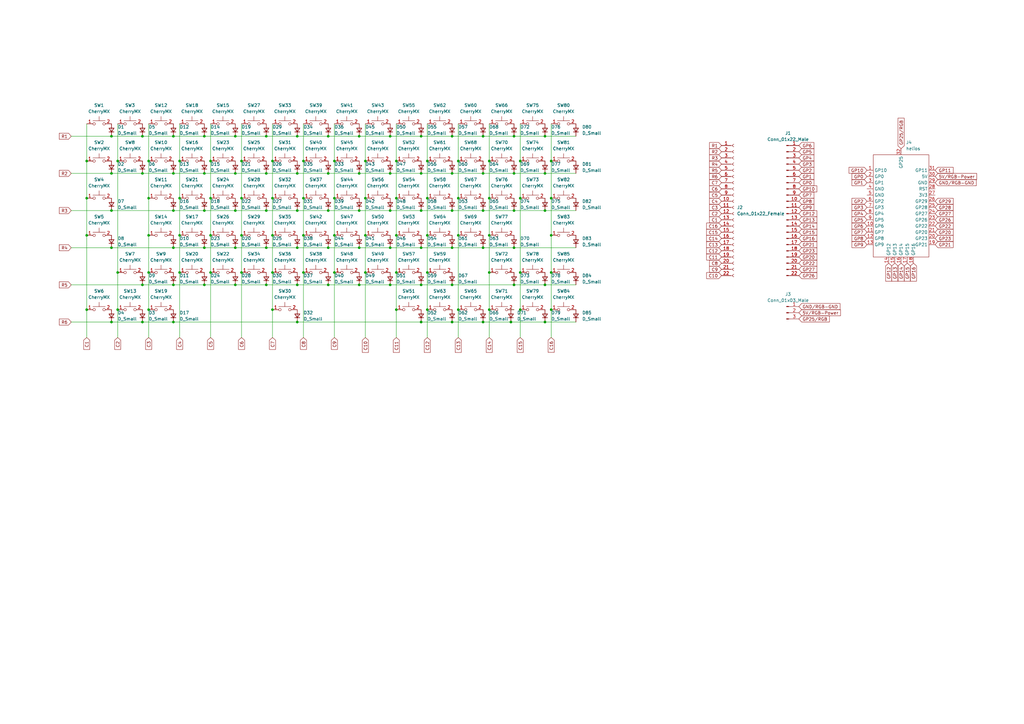
<source format=kicad_sch>
(kicad_sch (version 20211123) (generator eeschema)
  (paper "A3")
  (junction (at 226.06 81.28))
  (junction (at 99.06 96.52))
  (junction (at 96.52 116.84))
  (junction (at 175.26 96.52))
  (junction (at 71.12 55.88))
  (junction (at 124.46 66.04))
  (junction (at 160.02 116.84))
  (junction (at 226.06 66.04))
  (junction (at 187.96 81.28))
  (junction (at 124.46 96.52))
  (junction (at 172.72 86.36))
  (junction (at 71.12 132.08))
  (junction (at 73.66 81.28))
  (junction (at 137.16 81.28))
  (junction (at 187.96 96.52))
  (junction (at 83.82 55.88))
  (junction (at 198.12 132.08))
  (junction (at 58.42 132.08))
  (junction (at 48.26 111.76))
  (junction (at 134.62 55.88))
  (junction (at 160.02 86.36))
  (junction (at 200.66 66.04))
  (junction (at 83.82 116.84))
  (junction (at 160.02 101.6))
  (junction (at 185.42 55.88))
  (junction (at 48.26 66.04))
  (junction (at 134.62 101.6))
  (junction (at 185.42 101.6))
  (junction (at 198.12 71.12))
  (junction (at 73.66 96.52))
  (junction (at 162.56 96.52))
  (junction (at 226.06 127))
  (junction (at 35.56 81.28))
  (junction (at 200.66 81.28))
  (junction (at 198.12 55.88))
  (junction (at 198.12 101.6))
  (junction (at 58.42 116.84))
  (junction (at 175.26 66.04))
  (junction (at 213.36 127))
  (junction (at 35.56 66.04))
  (junction (at 48.26 127))
  (junction (at 200.66 96.52))
  (junction (at 71.12 101.6))
  (junction (at 86.36 111.76))
  (junction (at 147.32 101.6))
  (junction (at 210.82 86.36))
  (junction (at 35.56 127))
  (junction (at 99.06 81.28))
  (junction (at 175.26 111.76))
  (junction (at 121.92 101.6))
  (junction (at 60.96 127))
  (junction (at 223.52 71.12))
  (junction (at 109.22 71.12))
  (junction (at 35.56 96.52))
  (junction (at 147.32 86.36))
  (junction (at 160.02 55.88))
  (junction (at 109.22 101.6))
  (junction (at 109.22 86.36))
  (junction (at 109.22 55.88))
  (junction (at 223.52 55.88))
  (junction (at 149.86 96.52))
  (junction (at 99.06 111.76))
  (junction (at 162.56 66.04))
  (junction (at 124.46 81.28))
  (junction (at 187.96 66.04))
  (junction (at 121.92 116.84))
  (junction (at 60.96 81.28))
  (junction (at 162.56 127))
  (junction (at 175.26 81.28))
  (junction (at 175.26 127))
  (junction (at 111.76 96.52))
  (junction (at 200.66 127))
  (junction (at 147.32 71.12))
  (junction (at 134.62 71.12))
  (junction (at 71.12 86.36))
  (junction (at 111.76 127))
  (junction (at 71.12 71.12))
  (junction (at 226.06 96.52))
  (junction (at 149.86 66.04))
  (junction (at 172.72 101.6))
  (junction (at 121.92 86.36))
  (junction (at 109.22 116.84))
  (junction (at 209.55 132.08))
  (junction (at 147.32 55.88))
  (junction (at 71.12 116.84))
  (junction (at 162.56 81.28))
  (junction (at 86.36 96.52))
  (junction (at 137.16 66.04))
  (junction (at 172.72 116.84))
  (junction (at 223.52 132.08))
  (junction (at 58.42 55.88))
  (junction (at 99.06 66.04))
  (junction (at 162.56 111.76))
  (junction (at 121.92 132.08))
  (junction (at 96.52 86.36))
  (junction (at 172.72 55.88))
  (junction (at 96.52 55.88))
  (junction (at 45.72 101.6))
  (junction (at 83.82 101.6))
  (junction (at 185.42 86.36))
  (junction (at 210.82 101.6))
  (junction (at 83.82 86.36))
  (junction (at 200.66 111.76))
  (junction (at 60.96 96.52))
  (junction (at 86.36 66.04))
  (junction (at 73.66 66.04))
  (junction (at 58.42 71.12))
  (junction (at 226.06 111.76))
  (junction (at 83.82 71.12))
  (junction (at 96.52 71.12))
  (junction (at 160.02 71.12))
  (junction (at 213.36 111.76))
  (junction (at 137.16 96.52))
  (junction (at 121.92 71.12))
  (junction (at 223.52 86.36))
  (junction (at 45.72 132.08))
  (junction (at 111.76 81.28))
  (junction (at 172.72 132.08))
  (junction (at 137.16 111.76))
  (junction (at 185.42 132.08))
  (junction (at 210.82 55.88))
  (junction (at 149.86 81.28))
  (junction (at 185.42 116.84))
  (junction (at 134.62 116.84))
  (junction (at 134.62 86.36))
  (junction (at 111.76 66.04))
  (junction (at 147.32 116.84))
  (junction (at 223.52 116.84))
  (junction (at 149.86 111.76))
  (junction (at 45.72 55.88))
  (junction (at 210.82 71.12))
  (junction (at 86.36 81.28))
  (junction (at 187.96 127))
  (junction (at 213.36 81.28))
  (junction (at 45.72 71.12))
  (junction (at 121.92 55.88))
  (junction (at 124.46 111.76))
  (junction (at 60.96 111.76))
  (junction (at 45.72 86.36))
  (junction (at 198.12 86.36))
  (junction (at 172.72 71.12))
  (junction (at 185.42 71.12))
  (junction (at 210.82 116.84))
  (junction (at 96.52 101.6))
  (junction (at 60.96 66.04))
  (junction (at 73.66 111.76))
  (junction (at 213.36 66.04))
  (junction (at 111.76 111.76))
  (wire (pts (xy 185.42 71.12) (xy 198.12 71.12)))
  (wire (pts (xy 223.52 116.84) (xy 236.22 116.84)))
  (wire (pts (xy 29.21 132.08) (xy 45.72 132.08)))
  (wire (pts (xy 71.12 55.88) (xy 83.82 55.88)))
  (wire (pts (xy 226.06 81.28) (xy 226.06 96.52)))
  (wire (pts (xy 121.92 55.88) (xy 134.62 55.88)))
  (wire (pts (xy 83.82 101.6) (xy 96.52 101.6)))
  (wire (pts (xy 213.36 127) (xy 213.36 138.43)))
  (wire (pts (xy 200.66 50.8) (xy 200.66 66.04)))
  (wire (pts (xy 109.22 101.6) (xy 121.92 101.6)))
  (wire (pts (xy 198.12 86.36) (xy 210.82 86.36)))
  (wire (pts (xy 48.26 127) (xy 48.26 138.43)))
  (wire (pts (xy 96.52 86.36) (xy 109.22 86.36)))
  (wire (pts (xy 73.66 81.28) (xy 73.66 96.52)))
  (wire (pts (xy 172.72 71.12) (xy 185.42 71.12)))
  (wire (pts (xy 213.36 111.76) (xy 213.36 127)))
  (wire (pts (xy 147.32 86.36) (xy 160.02 86.36)))
  (wire (pts (xy 71.12 86.36) (xy 83.82 86.36)))
  (wire (pts (xy 147.32 55.88) (xy 160.02 55.88)))
  (wire (pts (xy 99.06 66.04) (xy 99.06 81.28)))
  (wire (pts (xy 99.06 96.52) (xy 99.06 111.76)))
  (wire (pts (xy 60.96 66.04) (xy 60.96 81.28)))
  (wire (pts (xy 29.21 116.84) (xy 58.42 116.84)))
  (wire (pts (xy 124.46 50.8) (xy 124.46 66.04)))
  (wire (pts (xy 111.76 66.04) (xy 111.76 81.28)))
  (wire (pts (xy 198.12 132.08) (xy 209.55 132.08)))
  (wire (pts (xy 58.42 116.84) (xy 71.12 116.84)))
  (wire (pts (xy 226.06 111.76) (xy 226.06 127)))
  (wire (pts (xy 185.42 55.88) (xy 198.12 55.88)))
  (wire (pts (xy 121.92 101.6) (xy 134.62 101.6)))
  (wire (pts (xy 83.82 55.88) (xy 96.52 55.88)))
  (wire (pts (xy 121.92 71.12) (xy 134.62 71.12)))
  (wire (pts (xy 86.36 66.04) (xy 86.36 81.28)))
  (wire (pts (xy 86.36 81.28) (xy 86.36 96.52)))
  (wire (pts (xy 172.72 132.08) (xy 185.42 132.08)))
  (wire (pts (xy 198.12 71.12) (xy 210.82 71.12)))
  (wire (pts (xy 187.96 127) (xy 187.96 138.43)))
  (wire (pts (xy 45.72 101.6) (xy 71.12 101.6)))
  (wire (pts (xy 137.16 66.04) (xy 137.16 81.28)))
  (wire (pts (xy 175.26 127) (xy 175.26 138.43)))
  (wire (pts (xy 175.26 96.52) (xy 175.26 111.76)))
  (wire (pts (xy 109.22 55.88) (xy 121.92 55.88)))
  (wire (pts (xy 60.96 96.52) (xy 60.96 111.76)))
  (wire (pts (xy 48.26 50.8) (xy 48.26 66.04)))
  (wire (pts (xy 124.46 111.76) (xy 124.46 138.43)))
  (wire (pts (xy 160.02 55.88) (xy 172.72 55.88)))
  (wire (pts (xy 35.56 66.04) (xy 35.56 81.28)))
  (wire (pts (xy 60.96 127) (xy 60.96 138.43)))
  (wire (pts (xy 198.12 55.88) (xy 210.82 55.88)))
  (wire (pts (xy 213.36 81.28) (xy 213.36 111.76)))
  (wire (pts (xy 172.72 55.88) (xy 185.42 55.88)))
  (wire (pts (xy 187.96 66.04) (xy 187.96 81.28)))
  (wire (pts (xy 111.76 111.76) (xy 111.76 127)))
  (wire (pts (xy 35.56 96.52) (xy 35.56 127)))
  (wire (pts (xy 213.36 50.8) (xy 213.36 66.04)))
  (wire (pts (xy 60.96 50.8) (xy 60.96 66.04)))
  (wire (pts (xy 210.82 101.6) (xy 236.22 101.6)))
  (wire (pts (xy 35.56 50.8) (xy 35.56 66.04)))
  (wire (pts (xy 185.42 101.6) (xy 198.12 101.6)))
  (wire (pts (xy 109.22 71.12) (xy 121.92 71.12)))
  (wire (pts (xy 73.66 111.76) (xy 73.66 138.43)))
  (wire (pts (xy 121.92 86.36) (xy 134.62 86.36)))
  (wire (pts (xy 48.26 66.04) (xy 48.26 111.76)))
  (wire (pts (xy 147.32 71.12) (xy 160.02 71.12)))
  (wire (pts (xy 35.56 81.28) (xy 35.56 96.52)))
  (wire (pts (xy 137.16 96.52) (xy 137.16 111.76)))
  (wire (pts (xy 73.66 96.52) (xy 73.66 111.76)))
  (wire (pts (xy 137.16 81.28) (xy 137.16 96.52)))
  (wire (pts (xy 213.36 66.04) (xy 213.36 81.28)))
  (wire (pts (xy 162.56 111.76) (xy 162.56 127)))
  (wire (pts (xy 160.02 101.6) (xy 172.72 101.6)))
  (wire (pts (xy 175.26 111.76) (xy 175.26 127)))
  (wire (pts (xy 45.72 86.36) (xy 71.12 86.36)))
  (wire (pts (xy 45.72 132.08) (xy 58.42 132.08)))
  (wire (pts (xy 223.52 132.08) (xy 236.22 132.08)))
  (wire (pts (xy 200.66 66.04) (xy 200.66 81.28)))
  (wire (pts (xy 226.06 50.8) (xy 226.06 66.04)))
  (wire (pts (xy 223.52 55.88) (xy 236.22 55.88)))
  (wire (pts (xy 96.52 116.84) (xy 109.22 116.84)))
  (wire (pts (xy 209.55 127) (xy 210.82 127)))
  (wire (pts (xy 210.82 55.88) (xy 223.52 55.88)))
  (wire (pts (xy 111.76 50.8) (xy 111.76 66.04)))
  (wire (pts (xy 86.36 111.76) (xy 86.36 138.43)))
  (wire (pts (xy 58.42 71.12) (xy 71.12 71.12)))
  (wire (pts (xy 124.46 96.52) (xy 124.46 111.76)))
  (wire (pts (xy 58.42 132.08) (xy 71.12 132.08)))
  (wire (pts (xy 200.66 96.52) (xy 200.66 111.76)))
  (wire (pts (xy 124.46 81.28) (xy 124.46 96.52)))
  (wire (pts (xy 29.21 71.12) (xy 45.72 71.12)))
  (wire (pts (xy 175.26 66.04) (xy 175.26 81.28)))
  (wire (pts (xy 109.22 86.36) (xy 121.92 86.36)))
  (wire (pts (xy 137.16 50.8) (xy 137.16 66.04)))
  (wire (pts (xy 226.06 127) (xy 226.06 138.43)))
  (wire (pts (xy 48.26 111.76) (xy 48.26 127)))
  (wire (pts (xy 160.02 71.12) (xy 172.72 71.12)))
  (wire (pts (xy 83.82 116.84) (xy 96.52 116.84)))
  (wire (pts (xy 111.76 96.52) (xy 111.76 111.76)))
  (wire (pts (xy 198.12 101.6) (xy 210.82 101.6)))
  (wire (pts (xy 109.22 116.84) (xy 121.92 116.84)))
  (wire (pts (xy 175.26 50.8) (xy 175.26 66.04)))
  (wire (pts (xy 149.86 81.28) (xy 149.86 96.52)))
  (wire (pts (xy 99.06 111.76) (xy 99.06 138.43)))
  (wire (pts (xy 134.62 86.36) (xy 147.32 86.36)))
  (wire (pts (xy 58.42 55.88) (xy 71.12 55.88)))
  (wire (pts (xy 172.72 101.6) (xy 185.42 101.6)))
  (wire (pts (xy 162.56 127) (xy 162.56 138.43)))
  (wire (pts (xy 149.86 111.76) (xy 149.86 138.43)))
  (wire (pts (xy 73.66 50.8) (xy 73.66 66.04)))
  (wire (pts (xy 226.06 96.52) (xy 226.06 111.76)))
  (wire (pts (xy 121.92 132.08) (xy 172.72 132.08)))
  (wire (pts (xy 160.02 116.84) (xy 172.72 116.84)))
  (wire (pts (xy 185.42 132.08) (xy 198.12 132.08)))
  (wire (pts (xy 60.96 111.76) (xy 60.96 127)))
  (wire (pts (xy 160.02 86.36) (xy 172.72 86.36)))
  (wire (pts (xy 99.06 81.28) (xy 99.06 96.52)))
  (wire (pts (xy 200.66 127) (xy 200.66 138.43)))
  (wire (pts (xy 187.96 81.28) (xy 187.96 96.52)))
  (wire (pts (xy 83.82 71.12) (xy 96.52 71.12)))
  (wire (pts (xy 45.72 55.88) (xy 58.42 55.88)))
  (wire (pts (xy 60.96 81.28) (xy 60.96 96.52)))
  (wire (pts (xy 134.62 55.88) (xy 147.32 55.88)))
  (wire (pts (xy 71.12 116.84) (xy 83.82 116.84)))
  (wire (pts (xy 226.06 66.04) (xy 226.06 81.28)))
  (wire (pts (xy 149.86 66.04) (xy 149.86 81.28)))
  (wire (pts (xy 96.52 101.6) (xy 109.22 101.6)))
  (wire (pts (xy 111.76 127) (xy 111.76 138.43)))
  (wire (pts (xy 29.21 86.36) (xy 45.72 86.36)))
  (wire (pts (xy 172.72 86.36) (xy 185.42 86.36)))
  (wire (pts (xy 187.96 96.52) (xy 187.96 127)))
  (wire (pts (xy 45.72 71.12) (xy 58.42 71.12)))
  (wire (pts (xy 29.21 101.6) (xy 45.72 101.6)))
  (wire (pts (xy 121.92 116.84) (xy 134.62 116.84)))
  (wire (pts (xy 29.21 55.88) (xy 45.72 55.88)))
  (wire (pts (xy 96.52 55.88) (xy 109.22 55.88)))
  (wire (pts (xy 149.86 96.52) (xy 149.86 111.76)))
  (wire (pts (xy 223.52 71.12) (xy 236.22 71.12)))
  (wire (pts (xy 134.62 71.12) (xy 147.32 71.12)))
  (wire (pts (xy 71.12 132.08) (xy 121.92 132.08)))
  (wire (pts (xy 210.82 116.84) (xy 223.52 116.84)))
  (wire (pts (xy 111.76 81.28) (xy 111.76 96.52)))
  (wire (pts (xy 124.46 66.04) (xy 124.46 81.28)))
  (wire (pts (xy 200.66 81.28) (xy 200.66 96.52)))
  (wire (pts (xy 147.32 101.6) (xy 160.02 101.6)))
  (wire (pts (xy 210.82 86.36) (xy 223.52 86.36)))
  (wire (pts (xy 35.56 127) (xy 35.56 138.43)))
  (wire (pts (xy 149.86 50.8) (xy 149.86 66.04)))
  (wire (pts (xy 86.36 96.52) (xy 86.36 111.76)))
  (wire (pts (xy 134.62 101.6) (xy 147.32 101.6)))
  (wire (pts (xy 223.52 86.36) (xy 236.22 86.36)))
  (wire (pts (xy 187.96 50.8) (xy 187.96 66.04)))
  (wire (pts (xy 200.66 111.76) (xy 200.66 127)))
  (wire (pts (xy 172.72 116.84) (xy 185.42 116.84)))
  (wire (pts (xy 147.32 116.84) (xy 160.02 116.84)))
  (wire (pts (xy 210.82 71.12) (xy 223.52 71.12)))
  (wire (pts (xy 209.55 132.08) (xy 223.52 132.08)))
  (wire (pts (xy 185.42 86.36) (xy 198.12 86.36)))
  (wire (pts (xy 137.16 111.76) (xy 137.16 138.43)))
  (wire (pts (xy 73.66 66.04) (xy 73.66 81.28)))
  (wire (pts (xy 162.56 66.04) (xy 162.56 81.28)))
  (wire (pts (xy 99.06 50.8) (xy 99.06 66.04)))
  (wire (pts (xy 162.56 96.52) (xy 162.56 111.76)))
  (wire (pts (xy 162.56 50.8) (xy 162.56 66.04)))
  (wire (pts (xy 162.56 81.28) (xy 162.56 96.52)))
  (wire (pts (xy 185.42 116.84) (xy 210.82 116.84)))
  (wire (pts (xy 96.52 71.12) (xy 109.22 71.12)))
  (wire (pts (xy 175.26 81.28) (xy 175.26 96.52)))
  (wire (pts (xy 71.12 71.12) (xy 83.82 71.12)))
  (wire (pts (xy 83.82 86.36) (xy 96.52 86.36)))
  (wire (pts (xy 86.36 50.8) (xy 86.36 66.04)))
  (wire (pts (xy 134.62 116.84) (xy 147.32 116.84)))
  (wire (pts (xy 71.12 101.6) (xy 83.82 101.6)))
  (global_label "GP10" (shape input) (at 355.6 69.85 180) (property "Intersheet References" "${INTERSHEET_REFS}" (effects hide)))
  (global_label "GP16" (shape input) (at 327.66 97.79 0) (property "Intersheet References" "${INTERSHEET_REFS}" (effects hide)))
  (global_label "GP15" (shape input) (at 372.11 107.95 270) (property "Intersheet References" "${INTERSHEET_REFS}" (effects hide)))
  (global_label "GND{slash}RGB-GND" (shape input) (at 327.66 125.73 0) (property "Intersheet References" "${INTERSHEET_REFS}" (effects hide)))
  (global_label "C9" (shape input) (at 295.91 110.49 180) (property "Intersheet References" "${INTERSHEET_REFS}" (effects hide)))
  (global_label "C15" (shape input) (at 213.36 138.43 270) (property "Intersheet References" "${INTERSHEET_REFS}" (effects hide)))
  (global_label "R5" (shape input) (at 29.21 116.84 180) (property "Intersheet References" "${INTERSHEET_REFS}" (effects hide)))
  (global_label "GP27" (shape input) (at 383.54 87.63 0) (property "Intersheet References" "${INTERSHEET_REFS}" (effects hide)))
  (global_label "GP6" (shape input) (at 327.66 59.69 0) (property "Intersheet References" "${INTERSHEET_REFS}" (effects hide)))
  (global_label "C13" (shape input) (at 295.91 100.33 180) (property "Intersheet References" "${INTERSHEET_REFS}" (effects hide)))
  (global_label "GND{slash}RGB-GND" (shape input) (at 383.54 74.93 0) (property "Intersheet References" "${INTERSHEET_REFS}" (effects hide)))
  (global_label "R2" (shape input) (at 29.21 71.12 180) (property "Intersheet References" "${INTERSHEET_REFS}" (effects hide)))
  (global_label "C7" (shape input) (at 111.76 138.43 270) (property "Intersheet References" "${INTERSHEET_REFS}" (effects hide)))
  (global_label "C10" (shape input) (at 295.91 113.03 180) (property "Intersheet References" "${INTERSHEET_REFS}" (effects hide)))
  (global_label "C6" (shape input) (at 295.91 77.47 180) (property "Intersheet References" "${INTERSHEET_REFS}" (effects hide)))
  (global_label "R5" (shape input) (at 295.91 69.85 180) (property "Intersheet References" "${INTERSHEET_REFS}" (effects hide)))
  (global_label "C4" (shape input) (at 295.91 82.55 180) (property "Intersheet References" "${INTERSHEET_REFS}" (effects hide)))
  (global_label "GP23" (shape input) (at 327.66 102.87 0) (property "Intersheet References" "${INTERSHEET_REFS}" (effects hide)))
  (global_label "5V{slash}RGB-Power" (shape input) (at 327.66 128.27 0) (property "Intersheet References" "${INTERSHEET_REFS}" (effects hide)))
  (global_label "GP14" (shape input) (at 327.66 92.71 0) (property "Intersheet References" "${INTERSHEET_REFS}" (effects hide)))
  (global_label "C8" (shape input) (at 295.91 107.95 180) (property "Intersheet References" "${INTERSHEET_REFS}" (effects hide)))
  (global_label "GP1" (shape input) (at 355.6 74.93 180) (property "Intersheet References" "${INTERSHEET_REFS}" (effects hide)))
  (global_label "C11" (shape input) (at 162.56 138.43 270) (property "Intersheet References" "${INTERSHEET_REFS}" (effects hide)))
  (global_label "GP29" (shape input) (at 383.54 82.55 0) (property "Intersheet References" "${INTERSHEET_REFS}" (effects hide)))
  (global_label "R2" (shape input) (at 295.91 62.23 180) (property "Intersheet References" "${INTERSHEET_REFS}" (effects hide)))
  (global_label "C4" (shape input) (at 73.66 138.43 270) (property "Intersheet References" "${INTERSHEET_REFS}" (effects hide)))
  (global_label "GP4" (shape input) (at 355.6 87.63 180) (property "Intersheet References" "${INTERSHEET_REFS}" (effects hide)))
  (global_label "GP7" (shape input) (at 327.66 80.01 0) (property "Intersheet References" "${INTERSHEET_REFS}" (effects hide)))
  (global_label "GP5" (shape input) (at 355.6 90.17 180) (property "Intersheet References" "${INTERSHEET_REFS}" (effects hide)))
  (global_label "GP23" (shape input) (at 383.54 97.79 0) (property "Intersheet References" "${INTERSHEET_REFS}" (effects hide)))
  (global_label "GP7" (shape input) (at 355.6 95.25 180) (property "Intersheet References" "${INTERSHEET_REFS}" (effects hide)))
  (global_label "GP13" (shape input) (at 367.03 107.95 270) (property "Intersheet References" "${INTERSHEET_REFS}" (effects hide)))
  (global_label "GP25{slash}RGB" (shape input) (at 369.57 60.96 90) (property "Intersheet References" "${INTERSHEET_REFS}" (effects hide)))
  (global_label "C1" (shape input) (at 35.56 138.43 270) (property "Intersheet References" "${INTERSHEET_REFS}" (effects hide)))
  (global_label "GP1" (shape input) (at 327.66 72.39 0) (property "Intersheet References" "${INTERSHEET_REFS}" (effects hide)))
  (global_label "GP3" (shape input) (at 327.66 67.31 0) (property "Intersheet References" "${INTERSHEET_REFS}" (effects hide)))
  (global_label "C15" (shape input) (at 295.91 95.25 180) (property "Intersheet References" "${INTERSHEET_REFS}" (effects hide)))
  (global_label "GP20" (shape input) (at 327.66 105.41 0) (property "Intersheet References" "${INTERSHEET_REFS}" (effects hide)))
  (global_label "GP8" (shape input) (at 327.66 82.55 0) (property "Intersheet References" "${INTERSHEET_REFS}" (effects hide)))
  (global_label "GP21" (shape input) (at 383.54 100.33 0) (property "Intersheet References" "${INTERSHEET_REFS}" (effects hide)))
  (global_label "GP0" (shape input) (at 327.66 74.93 0) (property "Intersheet References" "${INTERSHEET_REFS}" (effects hide)))
  (global_label "GP2" (shape input) (at 355.6 82.55 180) (property "Intersheet References" "${INTERSHEET_REFS}" (effects hide)))
  (global_label "GP9" (shape input) (at 355.6 100.33 180) (property "Intersheet References" "${INTERSHEET_REFS}" (effects hide)))
  (global_label "R1" (shape input) (at 295.91 59.69 180) (property "Intersheet References" "${INTERSHEET_REFS}" (effects hide)))
  (global_label "C12" (shape input) (at 295.91 102.87 180) (property "Intersheet References" "${INTERSHEET_REFS}" (effects hide)))
  (global_label "C14" (shape input) (at 295.91 97.79 180) (property "Intersheet References" "${INTERSHEET_REFS}" (effects hide)))
  (global_label "C7" (shape input) (at 295.91 74.93 180) (property "Intersheet References" "${INTERSHEET_REFS}" (effects hide)))
  (global_label "GP10" (shape input) (at 327.66 77.47 0) (property "Intersheet References" "${INTERSHEET_REFS}" (effects hide)))
  (global_label "C2" (shape input) (at 295.91 87.63 180) (property "Intersheet References" "${INTERSHEET_REFS}" (effects hide)))
  (global_label "GP20" (shape input) (at 383.54 95.25 0) (property "Intersheet References" "${INTERSHEET_REFS}" (effects hide)))
  (global_label "GP25{slash}RGB" (shape input) (at 327.66 130.81 0) (property "Intersheet References" "${INTERSHEET_REFS}" (effects hide)))
  (global_label "C2" (shape input) (at 48.26 138.43 270) (property "Intersheet References" "${INTERSHEET_REFS}" (effects hide)))
  (global_label "C9" (shape input) (at 137.16 138.43 270) (property "Intersheet References" "${INTERSHEET_REFS}" (effects hide)))
  (global_label "GP14" (shape input) (at 369.57 107.95 270) (property "Intersheet References" "${INTERSHEET_REFS}" (effects hide)))
  (global_label "C16" (shape input) (at 295.91 92.71 180) (property "Intersheet References" "${INTERSHEET_REFS}" (effects hide)))
  (global_label "GP11" (shape input) (at 383.54 69.85 0) (property "Intersheet References" "${INTERSHEET_REFS}" (effects hide)))
  (global_label "C13" (shape input) (at 187.96 138.43 270) (property "Intersheet References" "${INTERSHEET_REFS}" (effects hide)))
  (global_label "R6" (shape input) (at 29.21 132.08 180) (property "Intersheet References" "${INTERSHEET_REFS}" (effects hide)))
  (global_label "GP2" (shape input) (at 327.66 69.85 0) (property "Intersheet References" "${INTERSHEET_REFS}" (effects hide)))
  (global_label "R3" (shape input) (at 295.91 64.77 180) (property "Intersheet References" "${INTERSHEET_REFS}" (effects hide)))
  (global_label "GP6" (shape input) (at 355.6 92.71 180) (property "Intersheet References" "${INTERSHEET_REFS}" (effects hide)))
  (global_label "C12" (shape input) (at 175.26 138.43 270) (property "Intersheet References" "${INTERSHEET_REFS}" (effects hide)))
  (global_label "GP16" (shape input) (at 374.65 107.95 270) (property "Intersheet References" "${INTERSHEET_REFS}" (effects hide)))
  (global_label "GP26" (shape input) (at 383.54 90.17 0) (property "Intersheet References" "${INTERSHEET_REFS}" (effects hide)))
  (global_label "5V{slash}RGB-Power" (shape input) (at 383.54 72.39 0) (property "Intersheet References" "${INTERSHEET_REFS}" (effects hide)))
  (global_label "GP27" (shape input) (at 327.66 110.49 0) (property "Intersheet References" "${INTERSHEET_REFS}" (effects hide)))
  (global_label "C10" (shape input) (at 149.86 138.43 270) (property "Intersheet References" "${INTERSHEET_REFS}" (effects hide)))
  (global_label "GP8" (shape input) (at 355.6 97.79 180) (property "Intersheet References" "${INTERSHEET_REFS}" (effects hide)))
  (global_label "C5" (shape input) (at 295.91 80.01 180) (property "Intersheet References" "${INTERSHEET_REFS}" (effects hide)))
  (global_label "GP4" (shape input) (at 327.66 64.77 0) (property "Intersheet References" "${INTERSHEET_REFS}" (effects hide)))
  (global_label "R3" (shape input) (at 29.21 86.36 180) (property "Intersheet References" "${INTERSHEET_REFS}" (effects hide)))
  (global_label "C11" (shape input) (at 295.91 105.41 180) (property "Intersheet References" "${INTERSHEET_REFS}" (effects hide)))
  (global_label "GP22" (shape input) (at 327.66 107.95 0) (property "Intersheet References" "${INTERSHEET_REFS}" (effects hide)))
  (global_label "C1" (shape input) (at 295.91 90.17 180) (property "Intersheet References" "${INTERSHEET_REFS}" (effects hide)))
  (global_label "C14" (shape input) (at 200.66 138.43 270) (property "Intersheet References" "${INTERSHEET_REFS}" (effects hide)))
  (global_label "C3" (shape input) (at 295.91 85.09 180) (property "Intersheet References" "${INTERSHEET_REFS}" (effects hide)))
  (global_label "C16" (shape input) (at 226.06 138.3955 270) (property "Intersheet References" "${INTERSHEET_REFS}" (effects hide)))
  (global_label "GP15" (shape input) (at 327.66 95.25 0) (property "Intersheet References" "${INTERSHEET_REFS}" (effects hide)))
  (global_label "C3" (shape input) (at 60.96 138.43 270) (property "Intersheet References" "${INTERSHEET_REFS}" (effects hide)))
  (global_label "GP3" (shape input) (at 355.6 85.09 180) (property "Intersheet References" "${INTERSHEET_REFS}" (effects hide)))
  (global_label "GP21" (shape input) (at 327.66 100.33 0) (property "Intersheet References" "${INTERSHEET_REFS}" (effects hide)))
  (global_label "GP22" (shape input) (at 383.54 92.71 0) (property "Intersheet References" "${INTERSHEET_REFS}" (effects hide)))
  (global_label "GP5" (shape input) (at 327.66 62.23 0) (property "Intersheet References" "${INTERSHEET_REFS}" (effects hide)))
  (global_label "R4" (shape input) (at 29.21 101.6 180) (property "Intersheet References" "${INTERSHEET_REFS}" (effects hide)))
  (global_label "GP9" (shape input) (at 327.66 85.09 0) (property "Intersheet References" "${INTERSHEET_REFS}" (effects hide)))
  (global_label "GP12" (shape input) (at 364.49 107.95 270) (property "Intersheet References" "${INTERSHEET_REFS}" (effects hide)))
  (global_label "GP0" (shape input) (at 355.6 72.39 180) (property "Intersheet References" "${INTERSHEET_REFS}" (effects hide)))
  (global_label "GP28" (shape input) (at 383.54 85.09 0) (property "Intersheet References" "${INTERSHEET_REFS}" (effects hide)))
  (global_label "GP12" (shape input) (at 327.66 87.63 0) (property "Intersheet References" "${INTERSHEET_REFS}" (effects hide)))
  (global_label "C6" (shape input) (at 99.06 138.43 270) (property "Intersheet References" "${INTERSHEET_REFS}" (effects hide)))
  (global_label "R1" (shape input) (at 29.21 55.88 180) (property "Intersheet References" "${INTERSHEET_REFS}" (effects hide)))
  (global_label "R6" (shape input) (at 295.91 72.39 180) (property "Intersheet References" "${INTERSHEET_REFS}" (effects hide)))
  (global_label "C5" (shape input) (at 86.36 138.43 270) (property "Intersheet References" "${INTERSHEET_REFS}" (effects hide)))
  (global_label "GP13" (shape input) (at 327.66 90.17 0) (property "Intersheet References" "${INTERSHEET_REFS}" (effects hide)))
  (global_label "C8" (shape input) (at 124.46 138.43 270) (property "Intersheet References" "${INTERSHEET_REFS}" (effects hide)))
  (global_label "GP26" (shape input) (at 327.66 113.03 0) (property "Intersheet References" "${INTERSHEET_REFS}" (effects hide)))
  (global_label "R4" (shape input) (at 295.91 67.31 180) (property "Intersheet References" "${INTERSHEET_REFS}" (effects hide)))
  (symbol (lib_id "CherryMX:CherryMX") (at 40.64 127 0) (unit 1)
    (property "Reference" "SW6" (at 40.64 119.38 0))
    (property "Value" "CherryMX" (at 40.64 121.92 0))
    (property "Footprint" "Button_Switch_Keyboard:SW_Cherry_MX_2.25u_PCB" (effects hide))
  )
  (symbol (lib_id "Device:D_Small") (at 96.52 53.34 90) (unit 1)
    (property "Reference" "D19" (at 99.06 52.0699 90) (effects (justify right)))
    (property "Value" "D_Small" (at 99.06 54.6099 90) (effects (justify right)))
    (property "Footprint" "Diode_SMD:D_SOD-123" (effects hide))
  )
  (symbol (lib_id "CherryMX:CherryMX") (at 180.34 50.8 0) (unit 1)
    (property "Reference" "SW62" (at 180.34 43.18 0))
    (property "Value" "CherryMX" (at 180.34 45.72 0))
    (property "Footprint" "Button_Switch_Keyboard:SW_Cherry_MX_1.00u_PCB" (effects hide))
  )
  (symbol (lib_id "CherryMX:CherryMX") (at 142.24 81.28 0) (unit 1)
    (property "Reference" "SW44" (at 142.24 73.66 0))
    (property "Value" "CherryMX" (at 142.24 76.2 0))
    (property "Footprint" "Button_Switch_Keyboard:SW_Cherry_MX_1.00u_PCB" (effects hide))
  )
  (symbol (lib_id "CherryMX:CherryMX") (at 53.34 66.04 0) (unit 1)
    (property "Reference" "SW8" (at 53.34 58.42 0))
    (property "Value" "CherryMX" (at 53.34 60.96 0))
    (property "Footprint" "Button_Switch_Keyboard:SW_Cherry_MX_1.00u_PCB" (effects hide))
  )
  (symbol (lib_id "CherryMX:CherryMX") (at 218.44 127 0) (unit 1)
    (property "Reference" "SW79" (at 218.44 119.38 0))
    (property "Value" "CherryMX" (at 218.44 121.92 0))
    (property "Footprint" "Button_Switch_Keyboard:SW_Cherry_MX_1.00u_PCB" (effects hide))
  )
  (symbol (lib_id "Device:D_Small") (at 58.42 68.58 90) (unit 1)
    (property "Reference" "D6" (at 60.96 67.3099 90) (effects (justify right)))
    (property "Value" "D_Small" (at 60.96 69.8499 90) (effects (justify right)))
    (property "Footprint" "Diode_SMD:D_SOD-123" (effects hide))
  )
  (symbol (lib_id "CherryMX:CherryMX") (at 129.54 66.04 0) (unit 1)
    (property "Reference" "SW40" (at 129.54 58.42 0))
    (property "Value" "CherryMX" (at 129.54 60.96 0))
    (property "Footprint" "Button_Switch_Keyboard:SW_Cherry_MX_1.00u_PCB" (effects hide))
  )
  (symbol (lib_id "CherryMX:CherryMX") (at 142.24 96.52 0) (unit 1)
    (property "Reference" "SW47" (at 142.24 88.9 0))
    (property "Value" "CherryMX" (at 142.24 91.44 0))
    (property "Footprint" "Button_Switch_Keyboard:SW_Cherry_MX_1.00u_PCB" (effects hide))
  )
  (symbol (lib_id "CherryMX:CherryMX") (at 53.34 111.76 0) (unit 1)
    (property "Reference" "SW7" (at 53.34 104.14 0))
    (property "Value" "CherryMX" (at 53.34 106.68 0))
    (property "Footprint" "Button_Switch_Keyboard:SW_Cherry_MX_1.00u_PCB" (effects hide))
  )
  (symbol (lib_id "CherryMX:CherryMX") (at 116.84 111.76 0) (unit 1)
    (property "Reference" "SW36" (at 116.84 104.14 0))
    (property "Value" "CherryMX" (at 116.84 106.68 0))
    (property "Footprint" "Button_Switch_Keyboard:SW_Cherry_MX_1.00u_PCB" (effects hide))
  )
  (symbol (lib_id "CherryMX:CherryMX") (at 116.84 50.8 0) (unit 1)
    (property "Reference" "SW33" (at 116.84 43.18 0))
    (property "Value" "CherryMX" (at 116.84 45.72 0))
    (property "Footprint" "Button_Switch_Keyboard:SW_Cherry_MX_1.00u_PCB" (effects hide))
  )
  (symbol (lib_id "Device:D_Small") (at 134.62 114.3 90) (unit 1)
    (property "Reference" "D40" (at 137.16 113.0299 90) (effects (justify right)))
    (property "Value" "D_Small" (at 137.16 115.5699 90) (effects (justify right)))
    (property "Footprint" "Diode_SMD:D_SOD-123" (effects hide))
  )
  (symbol (lib_id "Device:D_Small") (at 223.52 114.3 90) (unit 1)
    (property "Reference" "D78" (at 226.06 113.0299 90) (effects (justify right)))
    (property "Value" "D_Small" (at 226.06 115.5699 90) (effects (justify right)))
    (property "Footprint" "Diode_SMD:D_SOD-123" (effects hide))
  )
  (symbol (lib_id "Connector:Conn_01x22_Female") (at 300.99 85.09 0) (unit 1)
    (property "Reference" "J2" (at 302.26 85.0899 0) (effects (justify left)))
    (property "Value" "Conn_01x22_Female" (at 302.26 87.6299 0) (effects (justify left)))
    (property "Footprint" "0xCB-HeliosFootprint:helios" (effects hide))
  )
  (symbol (lib_id "Device:D_Small") (at 134.62 83.82 90) (unit 1)
    (property "Reference" "D39" (at 137.16 82.5499 90) (effects (justify right)))
    (property "Value" "D_Small" (at 137.16 85.0899 90) (effects (justify right)))
    (property "Footprint" "Diode_SMD:D_SOD-123" (effects hide))
  )
  (symbol (lib_id "Device:D_Small") (at 236.22 114.3 90) (unit 1)
    (property "Reference" "D84" (at 238.76 113.0299 90) (effects (justify right)))
    (property "Value" "D_Small" (at 238.76 115.5699 90) (effects (justify right)))
    (property "Footprint" "Diode_SMD:D_SOD-123" (effects hide))
  )
  (symbol (lib_id "CherryMX:CherryMX") (at 167.64 50.8 0) (unit 1)
    (property "Reference" "SW55" (at 167.64 43.18 0))
    (property "Value" "CherryMX" (at 167.64 45.72 0))
    (property "Footprint" "Button_Switch_Keyboard:SW_Cherry_MX_1.00u_PCB" (effects hide))
  )
  (symbol (lib_id "Device:D_Small") (at 45.72 99.06 90) (unit 1)
    (property "Reference" "D8" (at 48.26 97.7899 90) (effects (justify right)))
    (property "Value" "D_Small" (at 48.26 100.3299 90) (effects (justify right)))
    (property "Footprint" "Diode_SMD:D_SOD-123" (effects hide))
  )
  (symbol (lib_id "Device:D_Small") (at 147.32 83.82 90) (unit 1)
    (property "Reference" "D42" (at 149.86 82.5499 90) (effects (justify right)))
    (property "Value" "D_Small" (at 149.86 85.0899 90) (effects (justify right)))
    (property "Footprint" "Diode_SMD:D_SOD-123" (effects hide))
  )
  (symbol (lib_id "CherryMX:CherryMX") (at 116.84 81.28 0) (unit 1)
    (property "Reference" "SW32" (at 116.84 73.66 0))
    (property "Value" "CherryMX" (at 116.84 76.2 0))
    (property "Footprint" "Button_Switch_Keyboard:SW_Cherry_MX_1.00u_PCB" (effects hide))
  )
  (symbol (lib_id "Device:D_Small") (at 185.42 83.82 90) (unit 1)
    (property "Reference" "D53" (at 187.96 82.5499 90) (effects (justify right)))
    (property "Value" "D_Small" (at 187.96 85.0899 90) (effects (justify right)))
    (property "Footprint" "Diode_SMD:D_SOD-123" (effects hide))
  )
  (symbol (lib_id "CherryMX:CherryMX") (at 167.64 127 0) (unit 1)
    (property "Reference" "SW51" (at 167.64 119.38 0))
    (property "Value" "CherryMX" (at 167.64 121.92 0))
    (property "Footprint" "Button_Switch_Keyboard:SW_Cherry_MX_1.00u_PCB" (effects hide))
  )
  (symbol (lib_id "Device:D_Small") (at 172.72 129.54 90) (unit 1)
    (property "Reference" "D52" (at 175.26 128.2699 90) (effects (justify right)))
    (property "Value" "D_Small" (at 175.26 130.8099 90) (effects (justify right)))
    (property "Footprint" "Diode_SMD:D_SOD-123" (effects hide))
  )
  (symbol (lib_id "Device:D_Small") (at 210.82 114.3 90) (unit 1)
    (property "Reference" "D73" (at 213.36 113.0299 90) (effects (justify right)))
    (property "Value" "D_Small" (at 213.36 115.5699 90) (effects (justify right)))
    (property "Footprint" "Diode_SMD:D_SOD-123" (effects hide))
  )
  (symbol (lib_id "CherryMX:CherryMX") (at 167.64 96.52 0) (unit 1)
    (property "Reference" "SW53" (at 167.64 88.9 0))
    (property "Value" "CherryMX" (at 167.64 91.44 0))
    (property "Footprint" "Button_Switch_Keyboard:SW_Cherry_MX_1.25u_PCB" (effects hide))
  )
  (symbol (lib_id "CherryMX:CherryMX") (at 91.44 66.04 0) (unit 1)
    (property "Reference" "SW23" (at 91.44 58.42 0))
    (property "Value" "CherryMX" (at 91.44 60.96 0))
    (property "Footprint" "Button_Switch_Keyboard:SW_Cherry_MX_1.00u_PCB" (effects hide))
  )
  (symbol (lib_id "Device:D_Small") (at 58.42 114.3 90) (unit 1)
    (property "Reference" "D9" (at 60.96 113.0299 90) (effects (justify right)))
    (property "Value" "D_Small" (at 60.96 115.5699 90) (effects (justify right)))
    (property "Footprint" "Diode_SMD:D_SOD-123" (effects hide))
  )
  (symbol (lib_id "CherryMX:CherryMX") (at 154.94 81.28 0) (unit 1)
    (property "Reference" "SW56" (at 154.94 73.66 0))
    (property "Value" "CherryMX" (at 154.94 76.2 0))
    (property "Footprint" "Button_Switch_Keyboard:SW_Cherry_MX_1.00u_PCB" (effects hide))
  )
  (symbol (lib_id "CherryMX:CherryMX") (at 129.54 96.52 0) (unit 1)
    (property "Reference" "SW42" (at 129.54 88.9 0))
    (property "Value" "CherryMX" (at 129.54 91.44 0))
    (property "Footprint" "Button_Switch_Keyboard:SW_Cherry_MX_1.00u_PCB" (effects hide))
  )
  (symbol (lib_id "CherryMX:CherryMX") (at 116.84 96.52 0) (unit 1)
    (property "Reference" "SW35" (at 116.84 88.9 0))
    (property "Value" "CherryMX" (at 116.84 91.44 0))
    (property "Footprint" "CherryMX:CherryMX_6.00u" (effects hide))
  )
  (symbol (lib_id "CherryMX:CherryMX") (at 193.04 127 0) (unit 1)
    (property "Reference" "SW65" (at 193.04 119.38 0))
    (property "Value" "CherryMX" (at 193.04 121.92 0))
    (property "Footprint" "Button_Switch_Keyboard:SW_Cherry_MX_1.00u_PCB" (effects hide))
  )
  (symbol (lib_id "CherryMX:CherryMX") (at 205.74 50.8 0) (unit 1)
    (property "Reference" "SW66" (at 205.74 43.18 0))
    (property "Value" "CherryMX" (at 205.74 45.72 0))
    (property "Footprint" "Button_Switch_Keyboard:SW_Cherry_MX_1.25u_PCB" (effects hide))
  )
  (symbol (lib_id "Device:D_Small") (at 198.12 129.54 90) (unit 1)
    (property "Reference" "D66" (at 200.66 128.2699 90) (effects (justify right)))
    (property "Value" "D_Small" (at 200.66 130.8099 90) (effects (justify right)))
    (property "Footprint" "Diode_SMD:D_SOD-123" (effects hide))
  )
  (symbol (lib_id "Device:D_Small") (at 160.02 114.3 90) (unit 1)
    (property "Reference" "D51" (at 162.56 113.0299 90) (effects (justify right)))
    (property "Value" "D_Small" (at 162.56 115.5699 90) (effects (justify right)))
    (property "Footprint" "Diode_SMD:D_SOD-123" (effects hide))
  )
  (symbol (lib_id "Device:D_Small") (at 198.12 53.34 90) (unit 1)
    (property "Reference" "D68" (at 200.66 52.0699 90) (effects (justify right)))
    (property "Value" "D_Small" (at 200.66 54.6099 90) (effects (justify right)))
    (property "Footprint" "Diode_SMD:D_SOD-123" (effects hide))
  )
  (symbol (lib_id "Device:D_Small") (at 109.22 53.34 90) (unit 1)
    (property "Reference" "D29" (at 111.76 52.0699 90) (effects (justify right)))
    (property "Value" "D_Small" (at 111.76 54.6099 90) (effects (justify right)))
    (property "Footprint" "Diode_SMD:D_SOD-123" (effects hide))
  )
  (symbol (lib_id "Device:D_Small") (at 236.22 99.06 90) (unit 1)
    (property "Reference" "D83" (at 238.76 97.7899 90) (effects (justify right)))
    (property "Value" "D_Small" (at 238.76 100.3299 90) (effects (justify right)))
    (property "Footprint" "Diode_SMD:D_SOD-123" (effects hide))
  )
  (symbol (lib_id "CherryMX:CherryMX") (at 91.44 81.28 0) (unit 1)
    (property "Reference" "SW24" (at 91.44 73.66 0))
    (property "Value" "CherryMX" (at 91.44 76.2 0))
    (property "Footprint" "Button_Switch_Keyboard:SW_Cherry_MX_1.00u_PCB" (effects hide))
  )
  (symbol (lib_id "CherryMX:CherryMX") (at 66.04 66.04 0) (unit 1)
    (property "Reference" "SW10" (at 66.04 58.42 0))
    (property "Value" "CherryMX" (at 66.04 60.96 0))
    (property "Footprint" "Button_Switch_Keyboard:SW_Cherry_MX_1.00u_PCB" (effects hide))
  )
  (symbol (lib_id "Device:D_Small") (at 172.72 99.06 90) (unit 1)
    (property "Reference" "D54" (at 175.26 97.7899 90) (effects (justify right)))
    (property "Value" "D_Small" (at 175.26 100.3299 90) (effects (justify right)))
    (property "Footprint" "Diode_SMD:D_SOD-123" (effects hide))
  )
  (symbol (lib_id "CherryMX:CherryMX") (at 167.64 81.28 0) (unit 1)
    (property "Reference" "SW54" (at 167.64 73.66 0))
    (property "Value" "CherryMX" (at 167.64 76.2 0))
    (property "Footprint" "Button_Switch_Keyboard:SW_Cherry_MX_1.00u_PCB" (effects hide))
  )
  (symbol (lib_id "Device:D_Small") (at 172.72 68.58 90) (unit 1)
    (property "Reference" "D56" (at 175.26 67.3099 90) (effects (justify right)))
    (property "Value" "D_Small" (at 175.26 69.8499 90) (effects (justify right)))
    (property "Footprint" "Diode_SMD:D_SOD-123" (effects hide))
  )
  (symbol (lib_id "Device:D_Small") (at 96.52 83.82 90) (unit 1)
    (property "Reference" "D22" (at 99.06 82.5499 90) (effects (justify right)))
    (property "Value" "D_Small" (at 99.06 85.0899 90) (effects (justify right)))
    (property "Footprint" "Diode_SMD:D_SOD-123" (effects hide))
  )
  (symbol (lib_id "Device:D_Small") (at 147.32 114.3 90) (unit 1)
    (property "Reference" "D49" (at 149.86 113.0299 90) (effects (justify right)))
    (property "Value" "D_Small" (at 149.86 115.5699 90) (effects (justify right)))
    (property "Footprint" "Diode_SMD:D_SOD-123" (effects hide))
  )
  (symbol (lib_id "CherryMX:CherryMX") (at 231.14 96.52 0) (unit 1)
    (property "Reference" "SW83" (at 231.14 88.9 0))
    (property "Value" "CherryMX" (at 231.14 91.44 0))
    (property "Footprint" "Button_Switch_Keyboard:SW_Cherry_MX_1.00u_PCB" (effects hide))
  )
  (symbol (lib_id "CherryMX:CherryMX") (at 193.04 50.8 0) (unit 1)
    (property "Reference" "SW60" (at 193.04 43.18 0))
    (property "Value" "CherryMX" (at 193.04 45.72 0))
    (property "Footprint" "Button_Switch_Keyboard:SW_Cherry_MX_1.00u_PCB" (effects hide))
  )
  (symbol (lib_id "Device:D_Small") (at 71.12 53.34 90) (unit 1)
    (property "Reference" "D12" (at 73.66 52.0699 90) (effects (justify right)))
    (property "Value" "D_Small" (at 73.66 54.6099 90) (effects (justify right)))
    (property "Footprint" "Diode_SMD:D_SOD-123" (effects hide))
  )
  (symbol (lib_id "Device:D_Small") (at 160.02 68.58 90) (unit 1)
    (property "Reference" "D47" (at 162.56 67.3099 90) (effects (justify right)))
    (property "Value" "D_Small" (at 162.56 69.8499 90) (effects (justify right)))
    (property "Footprint" "Diode_SMD:D_SOD-123" (effects hide))
  )
  (symbol (lib_id "CherryMX:CherryMX") (at 167.64 66.04 0) (unit 1)
    (property "Reference" "SW52" (at 167.64 58.42 0))
    (property "Value" "CherryMX" (at 167.64 60.96 0))
    (property "Footprint" "Button_Switch_Keyboard:SW_Cherry_MX_1.00u_PCB" (effects hide))
  )
  (symbol (lib_id "Device:D_Small") (at 109.22 68.58 90) (unit 1)
    (property "Reference" "D26" (at 111.76 67.3099 90) (effects (justify right)))
    (property "Value" "D_Small" (at 111.76 69.8499 90) (effects (justify right)))
    (property "Footprint" "Diode_SMD:D_SOD-123" (effects hide))
  )
  (symbol (lib_id "CherryMX:CherryMX") (at 40.64 96.52 0) (unit 1)
    (property "Reference" "SW5" (at 40.64 88.9 0))
    (property "Value" "CherryMX" (at 40.64 91.44 0))
    (property "Footprint" "Button_Switch_Keyboard:SW_Cherry_MX_1.75u_PCB" (effects hide))
  )
  (symbol (lib_id "CherryMX:CherryMX") (at 231.14 50.8 0) (unit 1)
    (property "Reference" "SW80" (at 231.14 43.18 0))
    (property "Value" "CherryMX" (at 231.14 45.72 0))
    (property "Footprint" "Button_Switch_Keyboard:SW_Cherry_MX_1.00u_PCB" (effects hide))
  )
  (symbol (lib_id "Device:D_Small") (at 147.32 68.58 90) (unit 1)
    (property "Reference" "D43" (at 149.86 67.3099 90) (effects (justify right)))
    (property "Value" "D_Small" (at 149.86 69.8499 90) (effects (justify right)))
    (property "Footprint" "Diode_SMD:D_SOD-123" (effects hide))
  )
  (symbol (lib_id "Device:D_Small") (at 223.52 53.34 90) (unit 1)
    (property "Reference" "D76" (at 226.06 52.0699 90) (effects (justify right)))
    (property "Value" "D_Small" (at 226.06 54.6099 90) (effects (justify right)))
    (property "Footprint" "Diode_SMD:D_SOD-123" (effects hide))
  )
  (symbol (lib_id "Device:D_Small") (at 198.12 99.06 90) (unit 1)
    (property "Reference" "D63" (at 200.66 97.7899 90) (effects (justify right)))
    (property "Value" "D_Small" (at 200.66 100.3299 90) (effects (justify right)))
    (property "Footprint" "Diode_SMD:D_SOD-123" (effects hide))
  )
  (symbol (lib_id "Device:D_Small") (at 121.92 99.06 90) (unit 1)
    (property "Reference" "D38" (at 124.46 97.7899 90) (effects (justify right)))
    (property "Value" "D_Small" (at 124.46 100.3299 90) (effects (justify right)))
    (property "Footprint" "Diode_SMD:D_SOD-123" (effects hide))
  )
  (symbol (lib_id "Device:D_Small") (at 121.92 129.54 90) (unit 1)
    (property "Reference" "D32" (at 124.46 128.2699 90) (effects (justify right)))
    (property "Value" "D_Small" (at 124.46 130.8099 90) (effects (justify right)))
    (property "Footprint" "Diode_SMD:D_SOD-123" (effects hide))
  )
  (symbol (lib_id "Device:D_Small") (at 236.22 68.58 90) (unit 1)
    (property "Reference" "D81" (at 238.76 67.3099 90) (effects (justify right)))
    (property "Value" "D_Small" (at 238.76 69.8499 90) (effects (justify right)))
    (property "Footprint" "Diode_SMD:D_SOD-123" (effects hide))
  )
  (symbol (lib_id "Device:D_Small") (at 172.72 114.3 90) (unit 1)
    (property "Reference" "D59" (at 175.26 113.0299 90) (effects (justify right)))
    (property "Value" "D_Small" (at 175.26 115.5699 90) (effects (justify right)))
    (property "Footprint" "Diode_SMD:D_SOD-123" (effects hide))
  )
  (symbol (lib_id "Device:D_Small") (at 160.02 83.82 90) (unit 1)
    (property "Reference" "D48" (at 162.56 82.5499 90) (effects (justify right)))
    (property "Value" "D_Small" (at 162.56 85.0899 90) (effects (justify right)))
    (property "Footprint" "Diode_SMD:D_SOD-123" (effects hide))
  )
  (symbol (lib_id "CherryMX:CherryMX") (at 53.34 50.8 0) (unit 1)
    (property "Reference" "SW3" (at 53.34 43.18 0))
    (property "Value" "CherryMX" (at 53.34 45.72 0))
    (property "Footprint" "Button_Switch_Keyboard:SW_Cherry_MX_1.25u_PCB" (effects hide))
  )
  (symbol (lib_id "CherryMX:CherryMX") (at 116.84 127 0) (unit 1)
    (property "Reference" "SW30" (at 116.84 119.38 0))
    (property "Value" "CherryMX" (at 116.84 121.92 0))
    (property "Footprint" "Button_Switch_Keyboard:SW_Cherry_MX_1.00u_PCB" (effects hide))
  )
  (symbol (lib_id "Device:D_Small") (at 236.22 129.54 90) (unit 1)
    (property "Reference" "D85" (at 238.76 128.2699 90) (effects (justify right)))
    (property "Value" "D_Small" (at 238.76 130.8099 90) (effects (justify right)))
    (property "Footprint" "Diode_SMD:D_SOD-123" (effects hide))
  )
  (symbol (lib_id "Device:D_Small") (at 45.72 68.58 90) (unit 1)
    (property "Reference" "D2" (at 48.26 67.3099 90) (effects (justify right)))
    (property "Value" "D_Small" (at 48.26 69.8499 90) (effects (justify right)))
    (property "Footprint" "Diode_SMD:D_SOD-123" (effects hide))
  )
  (symbol (lib_id "Connector:Conn_01x03_Male") (at 322.58 128.27 0) (unit 1)
    (property "Reference" "J3" (at 323.215 120.65 0))
    (property "Value" "Conn_01x03_Male" (at 323.215 123.19 0))
    (property "Footprint" "Connector_PinSocket_1.27mm:PinSocket_1x03_P1.27mm_Vertical" (effects hide))
  )
  (symbol (lib_id "Device:D_Small") (at 83.82 83.82 90) (unit 1)
    (property "Reference" "D18" (at 86.36 82.5499 90) (effects (justify right)))
    (property "Value" "D_Small" (at 86.36 85.0899 90) (effects (justify right)))
    (property "Footprint" "Diode_SMD:D_SOD-123" (effects hide))
  )
  (symbol (lib_id "CherryMX:CherryMX") (at 180.34 127 0) (unit 1)
    (property "Reference" "SW63" (at 180.34 119.38 0))
    (property "Value" "CherryMX" (at 180.34 121.92 0))
    (property "Footprint" "Button_Switch_Keyboard:SW_Cherry_MX_1.00u_PCB" (effects hide))
  )
  (symbol (lib_id "Device:D_Small") (at 121.92 83.82 90) (unit 1)
    (property "Reference" "D31" (at 124.46 82.5499 90) (effects (justify right)))
    (property "Value" "D_Small" (at 124.46 85.0899 90) (effects (justify right)))
    (property "Footprint" "Diode_SMD:D_SOD-123" (effects hide))
  )
  (symbol (lib_id "CherryMX:CherryMX") (at 129.54 111.76 0) (unit 1)
    (property "Reference" "SW38" (at 129.54 104.14 0))
    (property "Value" "CherryMX" (at 129.54 106.68 0))
    (property "Footprint" "Button_Switch_Keyboard:SW_Cherry_MX_1.00u_PCB" (effects hide))
  )
  (symbol (lib_id "CherryMX:CherryMX") (at 218.44 50.8 0) (unit 1)
    (property "Reference" "SW75" (at 218.44 43.18 0))
    (property "Value" "CherryMX" (at 218.44 45.72 0))
    (property "Footprint" "Button_Switch_Keyboard:SW_Cherry_MX_1.50u_PCB" (effects hide))
  )
  (symbol (lib_id "CherryMX:CherryMX") (at 116.84 66.04 0) (unit 1)
    (property "Reference" "SW31" (at 116.84 58.42 0))
    (property "Value" "CherryMX" (at 116.84 60.96 0))
    (property "Footprint" "Button_Switch_Keyboard:SW_Cherry_MX_1.00u_PCB" (effects hide))
  )
  (symbol (lib_id "CherryMX:CherryMX") (at 78.74 81.28 0) (unit 1)
    (property "Reference" "SW21" (at 78.74 73.66 0))
    (property "Value" "CherryMX" (at 78.74 76.2 0))
    (property "Footprint" "Button_Switch_Keyboard:SW_Cherry_MX_1.00u_PCB" (effects hide))
  )
  (symbol (lib_id "Device:D_Small") (at 83.82 68.58 90) (unit 1)
    (property "Reference" "D15" (at 86.36 67.3099 90) (effects (justify right)))
    (property "Value" "D_Small" (at 86.36 69.8499 90) (effects (justify right)))
    (property "Footprint" "Diode_SMD:D_SOD-123" (effects hide))
  )
  (symbol (lib_id "CherryMX:CherryMX") (at 66.04 50.8 0) (unit 1)
    (property "Reference" "SW12" (at 66.04 43.18 0))
    (property "Value" "CherryMX" (at 66.04 45.72 0))
    (property "Footprint" "Button_Switch_Keyboard:SW_Cherry_MX_1.00u_PCB" (effects hide))
  )
  (symbol (lib_id "Device:D_Small") (at 109.22 83.82 90) (unit 1)
    (property "Reference" "D27" (at 111.76 82.5499 90) (effects (justify right)))
    (property "Value" "D_Small" (at 111.76 85.0899 90) (effects (justify right)))
    (property "Footprint" "Diode_SMD:D_SOD-123" (effects hide))
  )
  (symbol (lib_id "CherryMX:CherryMX") (at 129.54 50.8 0) (unit 1)
    (property "Reference" "SW39" (at 129.54 43.18 0))
    (property "Value" "CherryMX" (at 129.54 45.72 0))
    (property "Footprint" "Button_Switch_Keyboard:SW_Cherry_MX_1.00u_PCB" (effects hide))
  )
  (symbol (lib_id "CherryMX:CherryMX") (at 154.94 96.52 0) (unit 1)
    (property "Reference" "SW50" (at 154.94 88.9 0))
    (property "Value" "CherryMX" (at 154.94 91.44 0))
    (property "Footprint" "Button_Switch_Keyboard:SW_Cherry_MX_1.00u_PCB" (effects hide))
  )
  (symbol (lib_id "CherryMX:CherryMX") (at 205.74 127 0) (unit 1)
    (property "Reference" "SW71" (at 205.74 119.38 0))
    (property "Value" "CherryMX" (at 205.74 121.92 0))
    (property "Footprint" "Button_Switch_Keyboard:SW_Cherry_MX_1.00u_PCB" (effects hide))
  )
  (symbol (lib_id "Device:D_Small") (at 71.12 99.06 90) (unit 1)
    (property "Reference" "D10" (at 73.66 97.7899 90) (effects (justify right)))
    (property "Value" "D_Small" (at 73.66 100.3299 90) (effects (justify right)))
    (property "Footprint" "Diode_SMD:D_SOD-123" (effects hide))
  )
  (symbol (lib_id "CherryMX:CherryMX") (at 78.74 66.04 0) (unit 1)
    (property "Reference" "SW16" (at 78.74 58.42 0))
    (property "Value" "CherryMX" (at 78.74 60.96 0))
    (property "Footprint" "Button_Switch_Keyboard:SW_Cherry_MX_1.00u_PCB" (effects hide))
  )
  (symbol (lib_id "Device:D_Small") (at 121.92 114.3 90) (unit 1)
    (property "Reference" "D37" (at 124.46 113.0299 90) (effects (justify right)))
    (property "Value" "D_Small" (at 124.46 115.5699 90) (effects (justify right)))
    (property "Footprint" "Diode_SMD:D_SOD-123" (effects hide))
  )
  (symbol (lib_id "Device:D_Small") (at 185.42 129.54 90) (unit 1)
    (property "Reference" "D62" (at 187.96 128.2699 90) (effects (justify right)))
    (property "Value" "D_Small" (at 187.96 130.8099 90) (effects (justify right)))
    (property "Footprint" "Diode_SMD:D_SOD-123" (effects hide))
  )
  (symbol (lib_id "CherryMX:CherryMX") (at 66.04 127 0) (unit 1)
    (property "Reference" "SW19" (at 66.04 119.38 0))
    (property "Value" "CherryMX" (at 66.04 121.92 0))
    (property "Footprint" "Button_Switch_Keyboard:SW_Cherry_MX_1.00u_PCB" (effects hide))
  )
  (symbol (lib_id "CherryMX:CherryMX") (at 218.44 81.28 0) (unit 1)
    (property "Reference" "SW73" (at 218.44 73.66 0))
    (property "Value" "CherryMX" (at 218.44 76.2 0))
    (property "Footprint" "Button_Switch_Keyboard:SW_Cherry_MX_1.00u_PCB" (effects hide))
  )
  (symbol (lib_id "CherryMX:CherryMX") (at 40.64 66.04 0) (unit 1)
    (property "Reference" "SW2" (at 40.64 58.42 0))
    (property "Value" "CherryMX" (at 40.64 60.96 0))
    (property "Footprint" "Button_Switch_Keyboard:SW_Cherry_MX_1.00u_PCB" (effects hide))
  )
  (symbol (lib_id "CherryMX:CherryMX") (at 193.04 66.04 0) (unit 1)
    (property "Reference" "SW68" (at 193.04 58.42 0))
    (property "Value" "CherryMX" (at 193.04 60.96 0))
    (property "Footprint" "Button_Switch_Keyboard:SW_Cherry_MX_1.00u_PCB" (effects hide))
  )
  (symbol (lib_id "CherryMX:CherryMX") (at 180.34 96.52 0) (unit 1)
    (property "Reference" "SW64" (at 180.34 88.9 0))
    (property "Value" "CherryMX" (at 180.34 91.44 0))
    (property "Footprint" "Button_Switch_Keyboard:SW_Cherry_MX_1.00u_PCB" (effects hide))
  )
  (symbol (lib_id "Device:D_Small") (at 58.42 129.54 90) (unit 1)
    (property "Reference" "D3" (at 60.96 128.2699 90) (effects (justify right)))
    (property "Value" "D_Small" (at 60.96 130.8099 90) (effects (justify right)))
    (property "Footprint" "Diode_SMD:D_SOD-123" (effects hide))
  )
  (symbol (lib_id "Device:D_Small") (at 210.82 99.06 90) (unit 1)
    (property "Reference" "D70" (at 213.36 97.7899 90) (effects (justify right)))
    (property "Value" "D_Small" (at 213.36 100.3299 90) (effects (justify right)))
    (property "Footprint" "Diode_SMD:D_SOD-123" (effects hide))
  )
  (symbol (lib_id "Device:D_Small") (at 209.55 129.54 90) (unit 1)
    (property "Reference" "D71" (at 212.09 128.2699 90) (effects (justify right)))
    (property "Value" "D_Small" (at 212.09 130.8099 90) (effects (justify right)))
    (property "Footprint" "Diode_SMD:D_SOD-123" (effects hide))
  )
  (symbol (lib_id "Device:D_Small") (at 223.52 68.58 90) (unit 1)
    (property "Reference" "D77" (at 226.06 67.31 90) (effects (justify right)))
    (property "Value" "D_Small" (at 226.06 69.85 90) (effects (justify right)))
    (property "Footprint" "Diode_SMD:D_SOD-123" (effects hide))
  )
  (symbol (lib_id "CherryMX:CherryMX") (at 193.04 81.28 0) (unit 1)
    (property "Reference" "SW67" (at 193.04 73.66 0))
    (property "Value" "CherryMX" (at 193.04 76.2 0))
    (property "Footprint" "Button_Switch_Keyboard:SW_Cherry_MX_1.00u_PCB" (effects hide))
  )
  (symbol (lib_id "CherryMX:CherryMX") (at 142.24 50.8 0) (unit 1)
    (property "Reference" "SW41" (at 142.24 43.18 0))
    (property "Value" "CherryMX" (at 142.24 45.72 0))
    (property "Footprint" "Button_Switch_Keyboard:SW_Cherry_MX_1.00u_PCB" (effects hide))
  )
  (symbol (lib_id "Connector:Conn_01x22_Male") (at 322.58 85.09 0) (unit 1)
    (property "Reference" "J1" (at 323.215 54.61 0))
    (property "Value" "Conn_01x22_Male" (at 323.215 57.15 0))
    (property "Footprint" "Connector_FFC-FPC:Hirose_FH12-22S-0.5SH_1x22-1MP_P0.50mm_Horizontal" (effects hide))
  )
  (symbol (lib_id "CherryMX:CherryMX") (at 180.34 111.76 0) (unit 1)
    (property "Reference" "SW59" (at 180.34 104.14 0))
    (property "Value" "CherryMX" (at 180.34 106.68 0))
    (property "Footprint" "Button_Switch_Keyboard:SW_Cherry_MX_1.00u_PCB" (effects hide))
  )
  (symbol (lib_id "Device:D_Small") (at 45.72 83.82 90) (unit 1)
    (property "Reference" "D7" (at 48.26 82.5499 90) (effects (justify right)))
    (property "Value" "D_Small" (at 48.26 85.0899 90) (effects (justify right)))
    (property "Footprint" "Diode_SMD:D_SOD-123" (effects hide))
  )
  (symbol (lib_id "Device:D_Small") (at 71.12 114.3 90) (unit 1)
    (property "Reference" "D11" (at 73.66 113.0299 90) (effects (justify right)))
    (property "Value" "D_Small" (at 73.66 115.5699 90) (effects (justify right)))
    (property "Footprint" "Diode_SMD:D_SOD-123" (effects hide))
  )
  (symbol (lib_id "CherryMX:CherryMX") (at 91.44 96.52 0) (unit 1)
    (property "Reference" "SW26" (at 91.44 88.9 0))
    (property "Value" "CherryMX" (at 91.44 91.44 0))
    (property "Footprint" "Button_Switch_Keyboard:SW_Cherry_MX_1.00u_PCB" (effects hide))
  )
  (symbol (lib_id "Device:D_Small") (at 223.52 129.54 90) (unit 1)
    (property "Reference" "D79" (at 226.06 128.2699 90) (effects (justify right)))
    (property "Value" "D_Small" (at 226.06 130.8099 90) (effects (justify right)))
    (property "Footprint" "Diode_SMD:D_SOD-123" (effects hide))
  )
  (symbol (lib_id "Device:D_Small") (at 160.02 99.06 90) (unit 1)
    (property "Reference" "D46" (at 162.56 97.7899 90) (effects (justify right)))
    (property "Value" "D_Small" (at 162.56 100.3299 90) (effects (justify right)))
    (property "Footprint" "Diode_SMD:D_SOD-123" (effects hide))
  )
  (symbol (lib_id "Device:D_Small") (at 71.12 68.58 90) (unit 1)
    (property "Reference" "D13" (at 73.66 67.3099 90) (effects (justify right)))
    (property "Value" "D_Small" (at 73.66 69.8499 90) (effects (justify right)))
    (property "Footprint" "Diode_SMD:D_SOD-123" (effects hide))
  )
  (symbol (lib_id "Device:D_Small") (at 210.82 68.58 90) (unit 1)
    (property "Reference" "D69" (at 213.36 67.3099 90) (effects (justify right)))
    (property "Value" "D_Small" (at 213.36 69.8499 90) (effects (justify right)))
    (property "Footprint" "Diode_SMD:D_SOD-123" (effects hide))
  )
  (symbol (lib_id "CherryMX:CherryMX") (at 142.24 111.76 0) (unit 1)
    (property "Reference" "SW48" (at 142.24 104.14 0))
    (property "Value" "CherryMX" (at 142.24 106.68 0))
    (property "Footprint" "Button_Switch_Keyboard:SW_Cherry_MX_1.00u_PCB" (effects hide))
  )
  (symbol (lib_id "Device:D_Small") (at 45.72 53.34 90) (unit 1)
    (property "Reference" "D1" (at 48.26 52.0699 90) (effects (justify right)))
    (property "Value" "D_Small" (at 48.26 54.6099 90) (effects (justify right)))
    (property "Footprint" "Diode_SMD:D_SOD-123" (effects hide))
  )
  (symbol (lib_id "Device:D_Small") (at 185.42 53.34 90) (unit 1)
    (property "Reference" "D57" (at 187.96 52.0699 90) (effects (justify right)))
    (property "Value" "D_Small" (at 187.96 54.6099 90) (effects (justify right)))
    (property "Footprint" "Diode_SMD:D_SOD-123" (effects hide))
  )
  (symbol (lib_id "CherryMX:CherryMX") (at 91.44 50.8 0) (unit 1)
    (property "Reference" "SW15" (at 91.44 43.18 0))
    (property "Value" "CherryMX" (at 91.44 45.72 0))
    (property "Footprint" "Button_Switch_Keyboard:SW_Cherry_MX_1.25u_PCB" (effects hide))
  )
  (symbol (lib_id "CherryMX:CherryMX") (at 104.14 66.04 0) (unit 1)
    (property "Reference" "SW25" (at 104.14 58.42 0))
    (property "Value" "CherryMX" (at 104.14 60.96 0))
    (property "Footprint" "Button_Switch_Keyboard:SW_Cherry_MX_1.00u_PCB" (effects hide))
  )
  (symbol (lib_id "CherryMX:CherryMX") (at 231.14 66.04 0) (unit 1)
    (property "Reference" "SW81" (at 231.14 58.42 0))
    (property "Value" "CherryMX" (at 231.14 60.96 0))
    (property "Footprint" "Button_Switch_Keyboard:SW_Cherry_MX_1.00u_PCB" (effects hide))
  )
  (symbol (lib_id "Device:D_Small") (at 71.12 83.82 90) (unit 1)
    (property "Reference" "D16" (at 73.66 82.5499 90) (effects (justify right)))
    (property "Value" "D_Small" (at 73.66 85.0899 90) (effects (justify right)))
    (property "Footprint" "Diode_SMD:D_SOD-123" (effects hide))
  )
  (symbol (lib_id "CherryMX:CherryMX") (at 66.04 111.76 0) (unit 1)
    (property "Reference" "SW9" (at 66.04 104.14 0))
    (property "Value" "CherryMX" (at 66.04 106.68 0))
    (property "Footprint" "Button_Switch_Keyboard:SW_Cherry_MX_1.00u_PCB" (effects hide))
  )
  (symbol (lib_id "CherryMX:CherryMX") (at 218.44 66.04 0) (unit 1)
    (property "Reference" "SW74" (at 218.44 58.42 0))
    (property "Value" "CherryMX" (at 218.44 60.96 0))
    (property "Footprint" "Button_Switch_Keyboard:SW_Cherry_MX_2.25u_PCB" (effects hide))
  )
  (symbol (lib_id "CherryMX:CherryMX") (at 154.94 50.8 0) (unit 1)
    (property "Reference" "SW43" (at 154.94 43.18 0))
    (property "Value" "CherryMX" (at 154.94 45.72 0))
    (property "Footprint" "Button_Switch_Keyboard:SW_Cherry_MX_1.00u_PCB" (effects hide))
  )
  (symbol (lib_id "Device:D_Small") (at 83.82 114.3 90) (unit 1)
    (property "Reference" "D24" (at 86.36 113.0299 90) (effects (justify right)))
    (property "Value" "D_Small" (at 86.36 115.5699 90) (effects (justify right)))
    (property "Footprint" "Diode_SMD:D_SOD-123" (effects hide))
  )
  (symbol (lib_id "CherryMX:CherryMX") (at 104.14 111.76 0) (unit 1)
    (property "Reference" "SW34" (at 104.14 104.14 0))
    (property "Value" "CherryMX" (at 104.14 106.68 0))
    (property "Footprint" "Button_Switch_Keyboard:SW_Cherry_MX_1.00u_PCB" (effects hide))
  )
  (symbol (lib_id "CherryMX:CherryMX") (at 104.14 50.8 0) (unit 1)
    (property "Reference" "SW27" (at 104.14 43.18 0))
    (property "Value" "CherryMX" (at 104.14 45.72 0))
    (property "Footprint" "Button_Switch_Keyboard:SW_Cherry_MX_1.00u_PCB" (effects hide))
  )
  (symbol (lib_id "CherryMX:CherryMX") (at 180.34 81.28 0) (unit 1)
    (property "Reference" "SW58" (at 180.34 73.66 0))
    (property "Value" "CherryMX" (at 180.34 76.2 0))
    (property "Footprint" "Button_Switch_Keyboard:SW_Cherry_MX_1.00u_PCB" (effects hide))
  )
  (symbol (lib_id "Device:D_Small") (at 172.72 83.82 90) (unit 1)
    (property "Reference" "D58" (at 175.26 82.5499 90) (effects (justify right)))
    (property "Value" "D_Small" (at 175.26 85.0899 90) (effects (justify right)))
    (property "Footprint" "Diode_SMD:D_SOD-123" (effects hide))
  )
  (symbol (lib_id "CherryMX:CherryMX") (at 205.74 81.28 0) (unit 1)
    (property "Reference" "SW76" (at 205.74 73.66 0))
    (property "Value" "CherryMX" (at 205.74 76.2 0))
    (property "Footprint" "Button_Switch_Keyboard:SW_Cherry_MX_1.00u_PCB" (effects hide))
  )
  (symbol (lib_id "Device:D_Small") (at 96.52 68.58 90) (unit 1)
    (property "Reference" "D21" (at 99.06 67.3099 90) (effects (justify right)))
    (property "Value" "D_Small" (at 99.06 69.8499 90) (effects (justify right)))
    (property "Footprint" "Diode_SMD:D_SOD-123" (effects hide))
  )
  (symbol (lib_id "CherryMX:CherryMX") (at 231.14 127 0) (unit 1)
    (property "Reference" "SW84" (at 231.14 119.38 0))
    (property "Value" "CherryMX" (at 231.14 121.92 0))
    (property "Footprint" "Button_Switch_Keyboard:SW_Cherry_MX_1.00u_PCB" (effects hide))
  )
  (symbol (lib_id "Device:D_Small") (at 147.32 53.34 90) (unit 1)
    (property "Reference" "D45" (at 149.86 52.0699 90) (effects (justify right)))
    (property "Value" "D_Small" (at 149.86 54.6099 90) (effects (justify right)))
    (property "Footprint" "Diode_SMD:D_SOD-123" (effects hide))
  )
  (symbol (lib_id "Device:D_Small") (at 83.82 53.34 90) (unit 1)
    (property "Reference" "D14" (at 86.36 52.0699 90) (effects (justify right)))
    (property "Value" "D_Small" (at 86.36 54.6099 90) (effects (justify right)))
    (property "Footprint" "Diode_SMD:D_SOD-123" (effects hide))
  )
  (symbol (lib_id "Device:D_Small") (at 134.62 99.06 90) (unit 1)
    (property "Reference" "D44" (at 137.16 97.7899 90) (effects (justify right)))
    (property "Value" "D_Small" (at 137.16 100.3299 90) (effects (justify right)))
    (property "Footprint" "Diode_SMD:D_SOD-123" (effects hide))
  )
  (symbol (lib_id "CherryMX:CherryMX") (at 40.64 81.28 0) (unit 1)
    (property "Reference" "SW4" (at 40.64 73.66 0))
    (property "Value" "CherryMX" (at 40.64 76.2 0))
    (property "Footprint" "Button_Switch_Keyboard:SW_Cherry_MX_1.50u_PCB" (effects hide))
  )
  (symbol (lib_id "Device:D_Small") (at 58.42 53.34 90) (unit 1)
    (property "Reference" "D5" (at 60.96 52.0699 90) (effects (justify right)))
    (property "Value" "D_Small" (at 60.96 54.6099 90) (effects (justify right)))
    (property "Footprint" "Diode_SMD:D_SOD-123" (effects hide))
  )
  (symbol (lib_id "CherryMX:CherryMX") (at 231.14 111.76 0) (unit 1)
    (property "Reference" "SW85" (at 231.14 104.14 0))
    (property "Value" "CherryMX" (at 231.14 106.68 0))
    (property "Footprint" "Button_Switch_Keyboard:SW_Cherry_MX_1.00u_PCB" (effects hide))
  )
  (symbol (lib_id "CherryMX:CherryMX") (at 129.54 81.28 0) (unit 1)
    (property "Reference" "SW37" (at 129.54 73.66 0))
    (property "Value" "CherryMX" (at 129.54 76.2 0))
    (property "Footprint" "Button_Switch_Keyboard:SW_Cherry_MX_1.00u_PCB" (effects hide))
  )
  (symbol (lib_id "CherryMX:CherryMX") (at 40.64 50.8 0) (unit 1)
    (property "Reference" "SW1" (at 40.64 43.18 0))
    (property "Value" "CherryMX" (at 40.64 45.72 0))
    (property "Footprint" "Button_Switch_Keyboard:SW_Cherry_MX_1.00u_PCB" (effects hide))
  )
  (symbol (lib_id "Device:D_Small") (at 210.82 83.82 90) (unit 1)
    (property "Reference" "D74" (at 213.36 82.5499 90) (effects (justify right)))
    (property "Value" "D_Small" (at 213.36 85.0899 90) (effects (justify right)))
    (property "Footprint" "Diode_SMD:D_SOD-123" (effects hide))
  )
  (symbol (lib_id "Device:D_Small") (at 185.42 68.58 90) (unit 1)
    (property "Reference" "D60" (at 187.96 67.3099 90) (effects (justify right)))
    (property "Value" "D_Small" (at 187.96 69.8499 90) (effects (justify right)))
    (property "Footprint" "Diode_SMD:D_SOD-123" (effects hide))
  )
  (symbol (lib_id "CherryMX:CherryMX") (at 78.74 111.76 0) (unit 1)
    (property "Reference" "SW20" (at 78.74 104.14 0))
    (property "Value" "CherryMX" (at 78.74 106.68 0))
    (property "Footprint" "Button_Switch_Keyboard:SW_Cherry_MX_1.00u_PCB" (effects hide))
  )
  (symbol (lib_id "Device:D_Small") (at 198.12 83.82 90) (unit 1)
    (property "Reference" "D65" (at 200.66 82.55 90) (effects (justify right)))
    (property "Value" "D_Small" (at 200.66 85.09 90) (effects (justify right)))
    (property "Footprint" "Diode_SMD:D_SOD-123" (effects hide))
  )
  (symbol (lib_id "Device:D_Small") (at 236.22 53.34 90) (unit 1)
    (property "Reference" "D80" (at 238.76 52.0699 90) (effects (justify right)))
    (property "Value" "D_Small" (at 238.76 54.6099 90) (effects (justify right)))
    (property "Footprint" "Diode_SMD:D_SOD-123" (effects hide))
  )
  (symbol (lib_id "CherryMX:CherryMX") (at 66.04 96.52 0) (unit 1)
    (property "Reference" "SW14" (at 66.04 88.9 0))
    (property "Value" "CherryMX" (at 66.04 91.44 0))
    (property "Footprint" "Button_Switch_Keyboard:SW_Cherry_MX_1.00u_PCB" (effects hide))
  )
  (symbol (lib_id "0xcb:helios") (at 369.57 85.09 0) (unit 1)
    (property "Reference" "J4" (at 371.5894 58.42 0) (effects (justify left)))
    (property "Value" "helios" (at 371.5894 60.96 0) (effects (justify left)))
    (property "Footprint" "Connector_FFC-FPC:Hirose_FH12-22S-0.5SH_1x22-1MP_P0.50mm_Horizontal" (effects hide))
  )
  (symbol (lib_id "Device:D_Small") (at 134.62 68.58 90) (unit 1)
    (property "Reference" "D33" (at 137.16 67.3099 90) (effects (justify right)))
    (property "Value" "D_Small" (at 137.16 69.8499 90) (effects (justify right)))
    (property "Footprint" "Diode_SMD:D_SOD-123" (effects hide))
  )
  (symbol (lib_id "CherryMX:CherryMX") (at 205.74 96.52 0) (unit 1)
    (property "Reference" "SW77" (at 205.74 88.9 0))
    (property "Value" "CherryMX" (at 205.74 91.44 0))
    (property "Footprint" "Button_Switch_Keyboard:SW_Cherry_MX_1.00u_PCB" (effects hide))
  )
  (symbol (lib_id "CherryMX:CherryMX") (at 218.44 111.76 0) (unit 1)
    (property "Reference" "SW78" (at 218.44 104.14 0))
    (property "Value" "CherryMX" (at 218.44 106.68 0))
    (property "Footprint" "Button_Switch_Keyboard:SW_Cherry_MX_1.00u_PCB" (effects hide))
  )
  (symbol (lib_id "Device:D_Small") (at 236.22 83.82 90) (unit 1)
    (property "Reference" "D82" (at 238.76 82.5499 90) (effects (justify right)))
    (property "Value" "D_Small" (at 238.76 85.0899 90) (effects (justify right)))
    (property "Footprint" "Diode_SMD:D_SOD-123" (effects hide))
  )
  (symbol (lib_id "CherryMX:CherryMX") (at 180.34 66.04 0) (unit 1)
    (property "Reference" "SW61" (at 180.34 58.42 0))
    (property "Value" "CherryMX" (at 180.34 60.96 0))
    (property "Footprint" "Button_Switch_Keyboard:SW_Cherry_MX_1.00u_PCB" (effects hide))
  )
  (symbol (lib_id "CherryMX:CherryMX") (at 205.74 111.76 0) (unit 1)
    (property "Reference" "SW72" (at 205.74 104.14 0))
    (property "Value" "CherryMX" (at 205.74 106.68 0))
    (property "Footprint" "Button_Switch_Keyboard:SW_Cherry_MX_1.00u_PCB" (effects hide))
  )
  (symbol (lib_id "CherryMX:CherryMX") (at 231.14 81.28 0) (unit 1)
    (property "Reference" "SW82" (at 231.14 73.66 0))
    (property "Value" "CherryMX" (at 231.14 76.2 0))
    (property "Footprint" "Button_Switch_Keyboard:SW_Cherry_MX_1.00u_PCB" (effects hide))
  )
  (symbol (lib_id "Device:D_Small") (at 121.92 53.34 90) (unit 1)
    (property "Reference" "D34" (at 124.46 52.0699 90) (effects (justify right)))
    (property "Value" "D_Small" (at 124.46 54.6099 90) (effects (justify right)))
    (property "Footprint" "Diode_SMD:D_SOD-123" (effects hide))
  )
  (symbol (lib_id "CherryMX:CherryMX") (at 78.74 96.52 0) (unit 1)
    (property "Reference" "SW17" (at 78.74 88.9 0))
    (property "Value" "CherryMX" (at 78.74 91.44 0))
    (property "Footprint" "Button_Switch_Keyboard:SW_Cherry_MX_1.00u_PCB" (effects hide))
  )
  (symbol (lib_id "Device:D_Small") (at 96.52 99.06 90) (unit 1)
    (property "Reference" "D20" (at 99.06 97.7899 90) (effects (justify right)))
    (property "Value" "D_Small" (at 99.06 100.3299 90) (effects (justify right)))
    (property "Footprint" "Diode_SMD:D_SOD-123" (effects hide))
  )
  (symbol (lib_id "CherryMX:CherryMX") (at 154.94 66.04 0) (unit 1)
    (property "Reference" "SW46" (at 154.94 58.42 0))
    (property "Value" "CherryMX" (at 154.94 60.96 0))
    (property "Footprint" "Button_Switch_Keyboard:SW_Cherry_MX_1.00u_PCB" (effects hide))
  )
  (symbol (lib_id "CherryMX:CherryMX") (at 167.64 111.76 0) (unit 1)
    (property "Reference" "SW57" (at 167.64 104.14 0))
    (property "Value" "CherryMX" (at 167.64 106.68 0))
    (property "Footprint" "Button_Switch_Keyboard:SW_Cherry_MX_1.00u_PCB" (effects hide))
  )
  (symbol (lib_id "Device:D_Small") (at 109.22 114.3 90) (unit 1)
    (property "Reference" "D30" (at 111.76 113.0299 90) (effects (justify right)))
    (property "Value" "D_Small" (at 111.76 115.5699 90) (effects (justify right)))
    (property "Footprint" "Diode_SMD:D_SOD-123" (effects hide))
  )
  (symbol (lib_id "CherryMX:CherryMX") (at 66.04 81.28 0) (unit 1)
    (property "Reference" "SW11" (at 66.04 73.66 0))
    (property "Value" "CherryMX" (at 66.04 76.2 0))
    (property "Footprint" "Button_Switch_Keyboard:SW_Cherry_MX_1.00u_PCB" (effects hide))
  )
  (symbol (lib_id "Device:D_Small") (at 109.22 99.06 90) (unit 1)
    (property "Reference" "D25" (at 111.76 97.7899 90) (effects (justify right)))
    (property "Value" "D_Small" (at 111.76 100.3299 90) (effects (justify right)))
    (property "Footprint" "Diode_SMD:D_SOD-123" (effects hide))
  )
  (symbol (lib_id "Device:D_Small") (at 223.52 83.82 90) (unit 1)
    (property "Reference" "D75" (at 226.06 82.55 90) (effects (justify right)))
    (property "Value" "D_Small" (at 226.06 85.09 90) (effects (justify right)))
    (property "Footprint" "Diode_SMD:D_SOD-123" (effects hide))
  )
  (symbol (lib_id "Device:D_Small") (at 71.12 129.54 90) (unit 1)
    (property "Reference" "D17" (at 73.66 128.2699 90) (effects (justify right)))
    (property "Value" "D_Small" (at 73.66 130.8099 90) (effects (justify right)))
    (property "Footprint" "Diode_SMD:D_SOD-123" (effects hide))
  )
  (symbol (lib_id "Device:D_Small") (at 96.52 114.3 90) (unit 1)
    (property "Reference" "D28" (at 99.06 113.0299 90) (effects (justify right)))
    (property "Value" "D_Small" (at 99.06 115.5699 90) (effects (justify right)))
    (property "Footprint" "Diode_SMD:D_SOD-123" (effects hide))
  )
  (symbol (lib_id "Device:D_Small") (at 83.82 99.06 90) (unit 1)
    (property "Reference" "D23" (at 86.36 97.7899 90) (effects (justify right)))
    (property "Value" "D_Small" (at 86.36 100.3299 90) (effects (justify right)))
    (property "Footprint" "Diode_SMD:D_SOD-123" (effects hide))
  )
  (symbol (lib_id "Device:D_Small") (at 147.32 99.06 90) (unit 1)
    (property "Reference" "D41" (at 149.86 97.7899 90) (effects (justify right)))
    (property "Value" "D_Small" (at 149.86 100.3299 90) (effects (justify right)))
    (property "Footprint" "Diode_SMD:D_SOD-123" (effects hide))
  )
  (symbol (lib_id "CherryMX:CherryMX") (at 142.24 66.04 0) (unit 1)
    (property "Reference" "SW45" (at 142.24 58.42 0))
    (property "Value" "CherryMX" (at 142.24 60.96 0))
    (property "Footprint" "Button_Switch_Keyboard:SW_Cherry_MX_1.00u_PCB" (effects hide))
  )
  (symbol (lib_id "Device:D_Small") (at 185.42 114.3 90) (unit 1)
    (property "Reference" "D67" (at 187.96 113.0299 90) (effects (justify right)))
    (property "Value" "D_Small" (at 187.96 115.5699 90) (effects (justify right)))
    (property "Footprint" "Diode_SMD:D_SOD-123" (effects hide))
  )
  (symbol (lib_id "CherryMX:CherryMX") (at 53.34 127 0) (unit 1)
    (property "Reference" "SW13" (at 53.34 119.38 0))
    (property "Value" "CherryMX" (at 53.34 121.92 0))
    (property "Footprint" "Button_Switch_Keyboard:SW_Cherry_MX_1.00u_PCB" (effects hide))
  )
  (symbol (lib_id "CherryMX:CherryMX") (at 154.94 111.76 0) (unit 1)
    (property "Reference" "SW49" (at 154.94 104.14 0))
    (property "Value" "CherryMX" (at 154.94 106.68 0))
    (property "Footprint" "Button_Switch_Keyboard:SW_Cherry_MX_1.00u_PCB" (effects hide))
  )
  (symbol (lib_id "Device:D_Small") (at 45.72 129.54 90) (unit 1)
    (property "Reference" "D4" (at 48.26 128.2699 90) (effects (justify right)))
    (property "Value" "D_Small" (at 48.26 130.8099 90) (effects (justify right)))
    (property "Footprint" "Diode_SMD:D_SOD-123" (effects hide))
  )
  (symbol (lib_id "CherryMX:CherryMX") (at 104.14 81.28 0) (unit 1)
    (property "Reference" "SW28" (at 104.14 73.66 0))
    (property "Value" "CherryMX" (at 104.14 76.2 0))
    (property "Footprint" "Button_Switch_Keyboard:SW_Cherry_MX_1.00u_PCB" (effects hide))
  )
  (symbol (lib_id "Device:D_Small") (at 134.62 53.34 90) (unit 1)
    (property "Reference" "D36" (at 137.16 52.0699 90) (effects (justify right)))
    (property "Value" "D_Small" (at 137.16 54.6099 90) (effects (justify right)))
    (property "Footprint" "Diode_SMD:D_SOD-123" (effects hide))
  )
  (symbol (lib_id "Device:D_Small") (at 121.92 68.58 90) (unit 1)
    (property "Reference" "D35" (at 124.46 67.3099 90) (effects (justify right)))
    (property "Value" "D_Small" (at 124.46 69.8499 90) (effects (justify right)))
    (property "Footprint" "Diode_SMD:D_SOD-123" (effects hide))
  )
  (symbol (lib_id "Device:D_Small") (at 210.82 53.34 90) (unit 1)
    (property "Reference" "D72" (at 213.36 52.0699 90) (effects (justify right)))
    (property "Value" "D_Small" (at 213.36 54.6099 90) (effects (justify right)))
    (property "Footprint" "Diode_SMD:D_SOD-123" (effects hide))
  )
  (symbol (lib_id "Device:D_Small") (at 160.02 53.34 90) (unit 1)
    (property "Reference" "D50" (at 162.56 52.0699 90) (effects (justify right)))
    (property "Value" "D_Small" (at 162.56 54.6099 90) (effects (justify right)))
    (property "Footprint" "Diode_SMD:D_SOD-123" (effects hide))
  )
  (symbol (lib_id "CherryMX:CherryMX") (at 193.04 96.52 0) (unit 1)
    (property "Reference" "SW69" (at 193.04 88.9 0))
    (property "Value" "CherryMX" (at 193.04 91.44 0))
    (property "Footprint" "Button_Switch_Keyboard:SW_Cherry_MX_1.00u_PCB" (effects hide))
  )
  (symbol (lib_id "CherryMX:CherryMX") (at 91.44 111.76 0) (unit 1)
    (property "Reference" "SW22" (at 91.44 104.14 0))
    (property "Value" "CherryMX" (at 91.44 106.68 0))
    (property "Footprint" "Button_Switch_Keyboard:SW_Cherry_MX_1.00u_PCB" (effects hide))
  )
  (symbol (lib_id "CherryMX:CherryMX") (at 78.74 50.8 0) (unit 1)
    (property "Reference" "SW18" (at 78.74 43.18 0))
    (property "Value" "CherryMX" (at 78.74 45.72 0))
    (property "Footprint" "Button_Switch_Keyboard:SW_Cherry_MX_1.00u_PCB" (effects hide))
  )
  (symbol (lib_id "Device:D_Small") (at 185.42 99.06 90) (unit 1)
    (property "Reference" "D61" (at 187.96 97.7899 90) (effects (justify right)))
    (property "Value" "D_Small" (at 187.96 100.3299 90) (effects (justify right)))
    (property "Footprint" "Diode_SMD:D_SOD-123" (effects hide))
  )
  (symbol (lib_id "Device:D_Small") (at 172.72 53.34 90) (unit 1)
    (property "Reference" "D55" (at 175.26 52.0699 90) (effects (justify right)))
    (property "Value" "D_Small" (at 175.26 54.6099 90) (effects (justify right)))
    (property "Footprint" "Diode_SMD:D_SOD-123" (effects hide))
  )
  (symbol (lib_id "CherryMX:CherryMX") (at 205.74 66.04 0) (unit 1)
    (property "Reference" "SW70" (at 205.74 58.42 0))
    (property "Value" "CherryMX" (at 205.74 60.96 0))
    (property "Footprint" "Button_Switch_Keyboard:SW_Cherry_MX_1.75u_PCB" (effects hide))
  )
  (symbol (lib_id "Device:D_Small") (at 198.12 68.58 90) (unit 1)
    (property "Reference" "D64" (at 200.66 67.3099 90) (effects (justify right)))
    (property "Value" "D_Small" (at 200.66 69.85 90) (effects (justify right)))
    (property "Footprint" "Diode_SMD:D_SOD-123" (effects hide))
  )
  (symbol (lib_id "CherryMX:CherryMX") (at 104.14 96.52 0) (unit 1)
    (property "Reference" "SW29" (at 104.14 88.9 0))
    (property "Value" "CherryMX" (at 104.14 91.44 0))
    (property "Footprint" "Button_Switch_Keyboard:SW_Cherry_MX_1.00u_PCB" (effects hide))
  )
)
</source>
